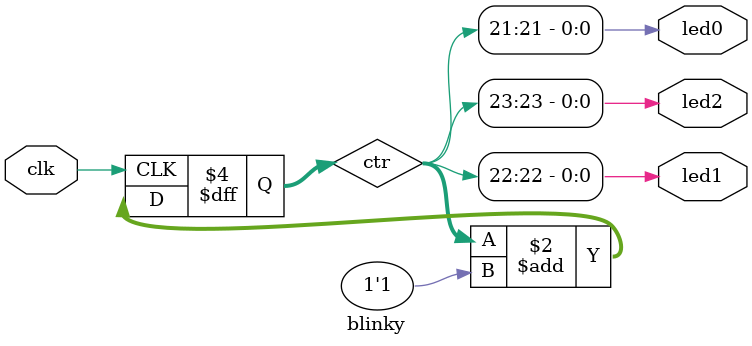
<source format=v>
module blinky (
  input wire clk, // assume 12 MHz
  output wire led0,
  output wire led1,
  output wire led2
);
  localparam COUNTER_SIZE = 32;
  reg [COUNTER_SIZE-1:0] ctr = {COUNTER_SIZE{1'b0}};

  assign led0 = ctr[21]; // 0.2 seconds
  assign led1 = ctr[22]; // 0.4 seconds
  assign led2 = ctr[23]; // 0.8 seconds

  always @(posedge clk) begin
    ctr <= ctr + 1'b1;
  end

endmodule

</source>
